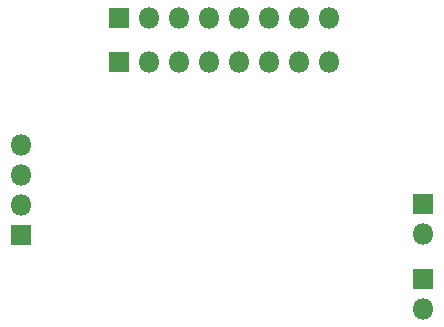
<source format=gbs>
G04 #@! TF.GenerationSoftware,KiCad,Pcbnew,(5.1.6)-1*
G04 #@! TF.CreationDate,2024-01-16T16:31:11-05:00*
G04 #@! TF.ProjectId,amiga-500-usb-kb-rp2040,616d6967-612d-4353-9030-2d7573622d6b,rev?*
G04 #@! TF.SameCoordinates,Original*
G04 #@! TF.FileFunction,Soldermask,Bot*
G04 #@! TF.FilePolarity,Negative*
%FSLAX46Y46*%
G04 Gerber Fmt 4.6, Leading zero omitted, Abs format (unit mm)*
G04 Created by KiCad (PCBNEW (5.1.6)-1) date 2024-01-16 16:31:11*
%MOMM*%
%LPD*%
G01*
G04 APERTURE LIST*
%ADD10R,1.800000X1.800000*%
%ADD11O,1.800000X1.800000*%
G04 APERTURE END LIST*
D10*
X132842000Y-82804000D03*
D11*
X132842000Y-80264000D03*
X132842000Y-77724000D03*
X132842000Y-75184000D03*
X158861760Y-64414400D03*
X156321760Y-64414400D03*
X153781760Y-64414400D03*
X151241760Y-64414400D03*
X148701760Y-64414400D03*
X146161760Y-64414400D03*
X143621760Y-64414400D03*
D10*
X141081760Y-64414400D03*
X141080000Y-68135500D03*
D11*
X143620000Y-68135500D03*
X146160000Y-68135500D03*
X148700000Y-68135500D03*
X151240000Y-68135500D03*
X153780000Y-68135500D03*
X156320000Y-68135500D03*
X158860000Y-68135500D03*
X166878000Y-82740500D03*
D10*
X166878000Y-80200500D03*
X166878000Y-86487000D03*
D11*
X166878000Y-89027000D03*
M02*

</source>
